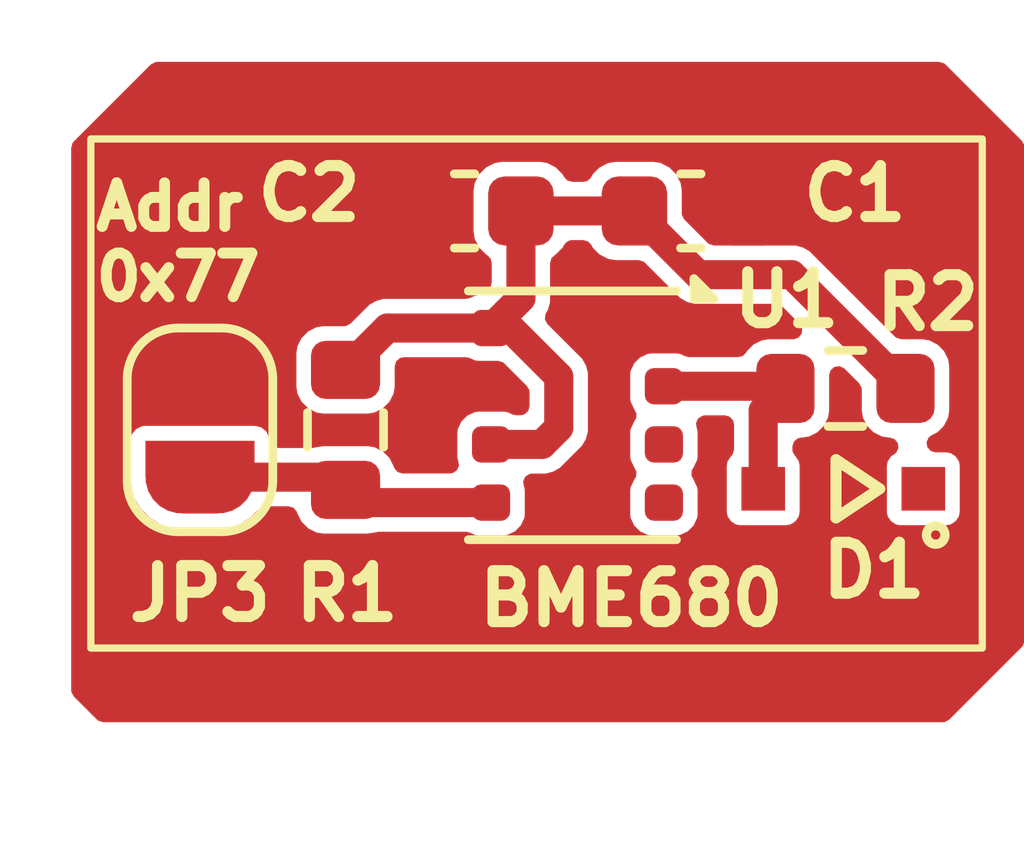
<source format=kicad_pcb>
(kicad_pcb (version 20241229) (generator "pcbnew") (generator_version "9.0")
  (layers (0 "F.Cu" signal) (4 "In1.Cu" signal) (6 "In2.Cu" signal) (2 "B.Cu" signal) (13 "F.Paste" user) (15 "B.Paste" user) (5 "F.SilkS" user "F.Silkscreen") (7 "B.SilkS" user "B.Silkscreen") (1 "F.Mask" user) (3 "B.Mask" user) (25 "Edge.Cuts" user))
  (net 0 "")
  (net 1 "/block_bme680/CS")
  (net 2 "/block_bme680/GND")
  (net 3 "/block_bme680/SD0{slash}ADDR")
  (net 4 "/block_bme680/+3V3")
  (net 5 "/block_bme680/SCK")
  (net 6 "/block_bme680/SDI")
  (net 7 "Net-(U1-CSB)")
  (footprint "Library:Bosch_LGA-8_3x3mm_P0.8mm_ClockwisePinNumbering" (layer "F.Cu") (at 124.1875 73.8 -90)
    (property "Reference" "U1" (at -1.59 -2.8725 0) (layer "F.SilkS") (effects (font (size 0.7 0.7) (thickness 0.153))))
    (property "Value" "BME680")
    (fp_line (start -1.71 -1.36) (end -1.71 1.5) (stroke (width 0.12)) (layer "F.SilkS"))
    (fp_line (start 1.71 -1.36) (end 1.71 1.5) (stroke (width 0.12)) (layer "F.SilkS"))
    (fp_poly (pts (xy -1.6 -1.6) (xy -1.88 -1.6) (xy -1.6 -1.88)) (stroke (width 0.12)) (fill yes) (layer "F.SilkS"))
    (pad "1" smd roundrect (at -1.2 -1.1875 270) (size 0.5 0.525) (layers "F.Cu" "F.Mask" "F.Paste") (net 2 "/block_bme680/GND"))
    (pad "2" smd roundrect (at -0.4 -1.1875 270) (size 0.5 0.525) (layers "F.Cu" "F.Mask" "F.Paste") (net 7 "Net-(U1-CSB)"))
    (pad "3" smd roundrect (at 0.4 -1.1875 270) (size 0.5 0.525) (layers "F.Cu" "F.Mask" "F.Paste") (net 6 "/block_bme680/SDI"))
    (pad "4" smd roundrect (at 1.2 -1.1875 270) (size 0.5 0.525) (layers "F.Cu" "F.Mask" "F.Paste") (net 5 "/block_bme680/SCK"))
    (pad "5" smd roundrect (at 1.2 1.1875 270) (size 0.5 0.525) (layers "F.Cu" "F.Mask" "F.Paste") (net 3 "/block_bme680/SD0{slash}ADDR"))
    (pad "6" smd roundrect (at 0.4 1.1875 270) (size 0.5 0.525) (layers "F.Cu" "F.Mask" "F.Paste") (net 4 "/block_bme680/+3V3"))
    (pad "7" smd roundrect (at -0.4 1.1875 270) (size 0.5 0.525) (layers "F.Cu" "F.Mask" "F.Paste") (net 2 "/block_bme680/GND"))
    (pad "8" smd roundrect (at -1.2 1.1875 270) (size 0.5 0.525) (layers "F.Cu" "F.Mask" "F.Paste") (net 4 "/block_bme680/+3V3"))
  )
  (footprint "Library:SOD323" (layer "F.Cu") (at 127.83975 74.81 180)
    (property "Reference" "D1" (at -0.42025 -1.12 0) (layer "F.SilkS") (effects (font (size 0.7 0.7) (thickness 0.153))))
    (property "Value" "1N4148WS")
    (fp_line (start 0.1 0.4) (end -0.5 0) (stroke (width 0.1524)) (layer "F.SilkS"))
    (fp_line (start 0.1 -0.4) (end 0.1 0.4) (stroke (width 0.1524)) (layer "F.SilkS"))
    (fp_line (start -0.5 0) (end 0.1 -0.4) (stroke (width 0.1524)) (layer "F.SilkS"))
    (fp_circle (center -1.27 -0.635) (end -1.143 -0.635) (stroke (width 0.127)) (fill no) (layer "F.SilkS"))
    (pad "A" smd rect (at 1.1 0 180) (size 0.6 0.6) (layers "F.Cu" "F.Mask" "F.Paste") (net 7 "Net-(U1-CSB)"))
    (pad "C" smd rect (at -1.1 0 180) (size 0.6 0.6) (layers "F.Cu" "F.Mask" "F.Paste") (net 1 "/block_bme680/CS"))
  )
  (footprint "Library:R_0603_1608Metric" (layer "F.Cu") (at 127.87 73.43 180)
    (property "Reference" "R2" (at -1.13 1.18 0) (layer "F.SilkS") (effects (font (size 0.7 0.7) (thickness 0.153))))
    (property "Value" "10k")
    (fp_line (start -0.237258 0.5225) (end 0.237258 0.5225) (stroke (width 0.12)) (layer "F.SilkS"))
    (fp_line (start -0.237258 -0.5225) (end 0.237258 -0.5225) (stroke (width 0.12)) (layer "F.SilkS"))
    (pad "1" smd roundrect (at -0.825 0 180) (size 0.8 0.95) (layers "F.Cu" "F.Mask" "F.Paste") (net 4 "/block_bme680/+3V3"))
    (pad "2" smd roundrect (at 0.825 0 180) (size 0.8 0.95) (layers "F.Cu" "F.Mask" "F.Paste") (net 7 "Net-(U1-CSB)"))
  )
  (footprint "Library:R_0603_1608Metric" (layer "F.Cu") (at 121 74 -90)
    (property "Reference" "R1" (at 2.25 -0.02 180) (layer "F.SilkS") (effects (font (size 0.7 0.7) (thickness 0.153))))
    (property "Value" "10k")
    (fp_line (start -0.237258 0.5225) (end 0.237258 0.5225) (stroke (width 0.12)) (layer "F.SilkS"))
    (fp_line (start -0.237258 -0.5225) (end 0.237258 -0.5225) (stroke (width 0.12)) (layer "F.SilkS"))
    (pad "1" smd roundrect (at -0.825 0 270) (size 0.8 0.95) (layers "F.Cu" "F.Mask" "F.Paste") (net 4 "/block_bme680/+3V3"))
    (pad "2" smd roundrect (at 0.825 0 270) (size 0.8 0.95) (layers "F.Cu" "F.Mask" "F.Paste") (net 3 "/block_bme680/SD0{slash}ADDR"))
  )
  (footprint "Library:C_0603_1608Metric" (layer "F.Cu") (at 122.635 70.99 180)
    (property "Reference" "C2" (at 2.135 0.24 0) (layer "F.SilkS") (effects (font (size 0.7 0.7) (thickness 0.153))))
    (property "Value" "0.1uF")
    (fp_line (start -0.14058 0.51) (end 0.14058 0.51) (stroke (width 0.12)) (layer "F.SilkS"))
    (fp_line (start -0.14058 -0.51) (end 0.14058 -0.51) (stroke (width 0.12)) (layer "F.SilkS"))
    (pad "1" smd roundrect (at -0.775 0 180) (size 0.9 0.95) (layers "F.Cu" "F.Mask" "F.Paste") (net 4 "/block_bme680/+3V3"))
    (pad "2" smd roundrect (at 0.775 0 180) (size 0.9 0.95) (layers "F.Cu" "F.Mask" "F.Paste") (net 2 "/block_bme680/GND"))
  )
  (footprint "Library:SolderJumper-2_P1.3mm_Open_RoundedPad1.0x1.5mm" (layer "F.Cu") (at 119 74 -90)
    (property "Reference" "JP3" (at 2.25 0 180) (layer "F.SilkS") (effects (font (size 0.7 0.7) (thickness 0.153))))
    (property "Value" "Jumper_2_Open")
    (fp_line (start 0.7 1) (end -0.7 1) (stroke (width 0.12)) (layer "F.SilkS"))
    (fp_line (start -1.4 0.3) (end -1.4 -0.3) (stroke (width 0.12)) (layer "F.SilkS"))
    (fp_line (start 1.4 -0.3) (end 1.4 0.3) (stroke (width 0.12)) (layer "F.SilkS"))
    (fp_line (start -0.7 -1) (end 0.7 -1) (stroke (width 0.12)) (layer "F.SilkS"))
    (fp_arc (start -0.7 1) (mid -1.194975 0.794975) (end -1.4 0.3) (stroke (width 0.12)) (layer "F.SilkS"))
    (fp_arc (start 1.4 0.3) (mid 1.194975 0.794975) (end 0.7 1) (stroke (width 0.12)) (layer "F.SilkS"))
    (fp_arc (start -1.4 -0.3) (mid -1.194975 -0.794975) (end -0.7 -1) (stroke (width 0.12)) (layer "F.SilkS"))
    (fp_arc (start 0.7 -1) (mid 1.194975 -0.794975) (end 1.4 -0.3) (stroke (width 0.12)) (layer "F.SilkS"))
    (pad "1" smd custom (at -0.65 0 270) (size 1 0.5) (layers "F.Cu" "F.Mask") (net 2 "/block_bme680/GND") (options (clearance outline) (anchor rect)) (primitives (gr_circle (center 0 0.25) (end 0.5 0.25) (width 0) (fill yes)) (gr_circle (center 0 -0.25) (end 0.5 -0.25) (width 0) (fill yes)) (gr_poly (pts (xy 0.5 0.75) (xy 0 0.75) (xy 0 -0.75) (xy 0.5 -0.75)) (width 0) (fill yes))))
    (pad "2" smd custom (at 0.65 0 270) (size 1 0.5) (layers "F.Cu" "F.Mask") (net 3 "/block_bme680/SD0{slash}ADDR") (options (clearance outline) (anchor rect)) (primitives (gr_circle (center 0 0.25) (end 0.5 0.25) (width 0) (fill yes)) (gr_circle (center 0 -0.25) (end 0.5 -0.25) (width 0) (fill yes)) (gr_poly (pts (xy 0 0.75) (xy -0.5 0.75) (xy -0.5 -0.75) (xy 0 -0.75)) (width 0) (fill yes))))
  )
  (footprint "Library:C_0603_1608Metric" (layer "F.Cu") (at 125.745 70.99)
    (property "Reference" "C1" (at 2.255 -0.24 0) (layer "F.SilkS") (effects (font (size 0.7 0.7) (thickness 0.153))))
    (property "Value" "10uF")
    (fp_line (start -0.14058 -0.51) (end 0.14058 -0.51) (stroke (width 0.12)) (layer "F.SilkS"))
    (fp_line (start -0.14058 0.51) (end 0.14058 0.51) (stroke (width 0.12)) (layer "F.SilkS"))
    (pad "1" smd roundrect (at -0.775 0) (size 0.9 0.95) (layers "F.Cu" "F.Mask" "F.Paste") (net 4 "/block_bme680/+3V3"))
    (pad "2" smd roundrect (at 0.775 0) (size 0.9 0.95) (layers "F.Cu" "F.Mask" "F.Paste") (net 2 "/block_bme680/GND"))
  )
  (gr_rect (start 117.5 70) (end 129.75 77) (stroke (width 0.1)) (fill no) (layer "F.SilkS"))
  (gr_text "Addr\n0x77" (at 117.5 72.25 0) (layer "F.SilkS") (effects (font (size 0.6 0.6) (thickness 0.15) (bold yes)) (justify left bottom)))
  (gr_text "BME680" (at 122.76 76.73 0) (layer "F.SilkS") (effects (font (size 0.7 0.7) (thickness 0.153) (bold yes)) (justify left bottom)))
  (segment (start 120.825 74.65) (end 121 74.825) (width 0.4) (layer "F.Cu") (net 3))
  (segment (start 119 74.65) (end 120.825 74.65) (width 0.4) (layer "F.Cu") (net 3))
  (segment (start 121.175 75) (end 123 75) (width 0.4) (layer "F.Cu") (net 3))
  (segment (start 121 74.825) (end 121.175 75) (width 0.4) (layer "F.Cu") (net 3))
  (segment (start 123 74.2) (end 123.7 74.2) (width 0.4) (layer "F.Cu") (net 4))
  (segment (start 123.41 70.99) (end 123.41 72.19) (width 0.4) (layer "F.Cu") (net 4))
  (segment (start 123.41 70.99) (end 124.97 70.99) (width 0.4) (layer "F.Cu") (net 4))
  (segment (start 123.41 72.19) (end 123 72.6) (width 0.4) (layer "F.Cu") (net 4))
  (segment (start 123.262499 72.6) (end 123 72.6) (width 0.4) (layer "F.Cu") (net 4))
  (segment (start 124.97 70.99) (end 125.846 71.866) (width 0.4) (layer "F.Cu") (net 4))
  (segment (start 125.846 71.866) (end 127.131 71.866) (width 0.4) (layer "F.Cu") (net 4))
  (segment (start 121 73.175) (end 121.575 72.6) (width 0.4) (layer "F.Cu") (net 4))
  (segment (start 123.93 73.267501) (end 123.262499 72.6) (width 0.4) (layer "F.Cu") (net 4))
  (segment (start 123.93 73.97) (end 123.93 73.267501) (width 0.4) (layer "F.Cu") (net 4))
  (segment (start 127.131 71.866) (end 128.695 73.43) (width 0.4) (layer "F.Cu") (net 4))
  (segment (start 123.7 74.2) (end 123.93 73.97) (width 0.4) (layer "F.Cu") (net 4))
  (segment (start 121.575 72.6) (end 123 72.6) (width 0.4) (layer "F.Cu") (net 4))
  (segment (start 126.73975 74.81) (end 126.73975 73.73525) (width 0.4) (layer "F.Cu") (net 7))
  (segment (start 126.73975 73.73525) (end 127.045 73.43) (width 0.4) (layer "F.Cu") (net 7))
  (segment (start 125.375 73.4) (end 127.015 73.4) (width 0.4) (layer "F.Cu") (net 7))
  (segment (start 127.015 73.4) (end 127.045 73.43) (width 0.4) (layer "F.Cu") (net 7))
  (zone (net 2) (net_name "/block_bme680/GND") (layers "F.Cu" "B.Cu" "In1.Cu" "In2.Cu") (name "TBR") (connect_pads yes (clearance 0)) (min_thickness 0.25) (fill yes (thermal_gap 0.5) (thermal_bridge_width 0.5))
    (polygon (pts (xy 118.36 68.94) (xy 129.21 68.94) (xy 130.33 70.06) (xy 130.33 76.95) (xy 129.26 78.02) (xy 117.62 78.02) (xy 117.23 77.63) (xy 117.23 70.07)))
  )
)
</source>
